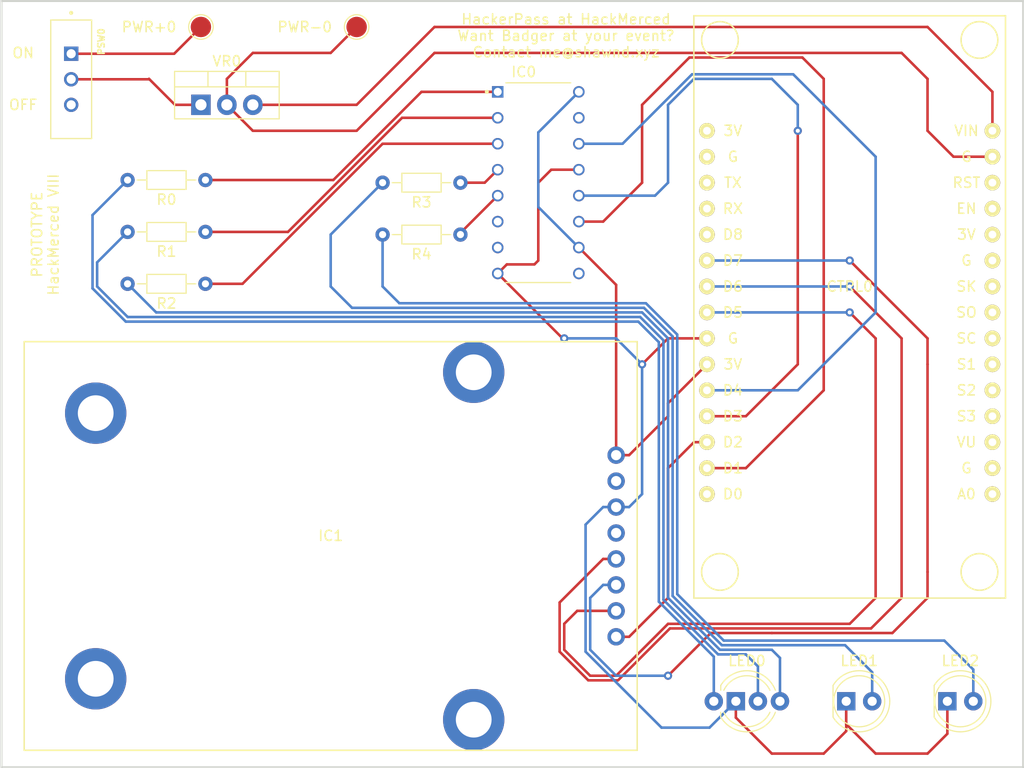
<source format=kicad_pcb>
(kicad_pcb (version 20211014) (generator pcbnew)
  (title_block (title "Badger") (date "2023-02-17") (rev "Original") (company "shawnd.xyz") (comment 1 "See github.com/shawnduong/badger for the code."))
  (layers (0 "F.Cu" signal) (31 "B.Cu" signal) (34 "B.Paste" user) (35 "F.Paste" user) (36 "B.SilkS" user "B.Silkscreen") (37 "F.SilkS" user "F.Silkscreen") (38 "B.Mask" user) (39 "F.Mask" user) (44 "Edge.Cuts" user))
  (net 0 "")
  (net 18 "Net-(CTRL0-Pad14)")
  (net 19 "Net-(CTRL0-Pad15)")
  (net 25 "Net-(CTRL0-Pad21)")
  (net 26 "Net-(CTRL0-Pad22)")
  (net 27 "Net-(CTRL0-Pad23)")
  (net 28 "Net-(CTRL0-Pad24)")
  (net 29 "Net-(CTRL0-Pad25)")
  (net 30 "Net-(CTRL0-Pad26)")
  (net 31 "Net-(CTRL0-Pad27)")
  (net 32 "Net-(CTRL0-Pad28)")
  (net 33 "Net-(CTRL0-Pad29)")
  (net 35 "Net-(IC0-Pad1)")
  (net 36 "Net-(IC0-Pad2)")
  (net 37 "Net-(IC0-Pad3)")
  (net 38 "Net-(IC0-Pad4)")
  (net 39 "Net-(IC0-Pad5)")
  (net 42 "Net-(LED0-Pad1)")
  (net 43 "Net-(LED0-Pad3)")
  (net 44 "Net-(LED0-Pad4)")
  (net 45 "Net-(LED1-Pad2)")
  (net 46 "Net-(LED2-Pad2)")
  (net 48 "Net-(PSW0-Pad2)")
  (net 49 "Net-(PSW0-Pad1)")
  (footprint "TestPoint:TestPoint_Pad_D2.0mm" (layer "F.Cu") (at 154.94 60.96)
    (fp_text reference "PWR-0" (at -5.08 0.002) (layer "F.SilkS"))
    (fp_text value "Conn_01x01_Male")
    (fp_circle (center 0 0) (end 0 1.2) (layer "F.SilkS") (width 0.12) (fill none))
    (pad "1" smd circle (at 0 0) (size 2 2) (layers "F.Cu" "F.Mask") (net 18 "Net-(CTRL0-Pad14)"))
  )
  (footprint "Resistor_THT:R_Axial_DIN0204_L3.6mm_D1.6mm_P7.62mm_Horizontal" (layer "F.Cu") (at 165.1 76.2 180)
    (fp_text reference "R3" (at 3.81 -1.92) (layer "F.SilkS"))
    (fp_text value "430Ω")
    (fp_line (start 1.89 0.92) (end 5.73 0.92) (layer "F.SilkS") (width 0.12))
    (fp_line (start 5.73 0.92) (end 5.73 -0.92) (layer "F.SilkS") (width 0.12))
    (fp_line (start 1.89 -0.92) (end 1.89 0.92) (layer "F.SilkS") (width 0.12))
    (fp_line (start 0.94 0) (end 1.89 0) (layer "F.SilkS") (width 0.12))
    (fp_line (start 5.73 -0.92) (end 1.89 -0.92) (layer "F.SilkS") (width 0.12))
    (fp_line (start 6.68 0) (end 5.73 0) (layer "F.SilkS") (width 0.12))
    (pad "1" thru_hole circle (at 0 0 180) (size 1.4 1.4) (drill 0.7) (layers *.Cu *.Mask) (net 38 "Net-(IC0-Pad4)"))
    (pad "2" thru_hole oval (at 7.62 0 180) (size 1.4 1.4) (drill 0.7) (layers *.Cu *.Mask) (net 45 "Net-(LED1-Pad2)"))
  )
  (footprint "LED_THT:LED_D5.0mm" (layer "F.Cu") (at 212.76 126.96)
    (fp_text reference "LED2" (at 1.27 -3.96) (layer "F.SilkS"))
    (fp_text value "LED")
    (fp_line (start -1.29 -1.545) (end -1.29 1.545) (layer "F.SilkS") (width 0.12))
    (fp_arc (start -1.29 -1.54483) (mid 2.072002 -2.880433) (end 4.26 0.000462) (layer "F.SilkS") (width 0.12))
    (fp_arc (start 4.26 -0.000462) (mid 2.072002 2.880433) (end -1.29 1.54483) (layer "F.SilkS") (width 0.12))
    (fp_circle (center 1.27 0) (end 3.77 0) (layer "F.SilkS") (width 0.12) (fill none))
    (pad "1" thru_hole rect (at 0 0) (size 1.8 1.8) (drill 0.9) (layers *.Cu *.Mask) (net 28 "Net-(CTRL0-Pad24)"))
    (pad "2" thru_hole circle (at 2.54 0) (size 1.8 1.8) (drill 0.9) (layers *.Cu *.Mask) (net 46 "Net-(LED2-Pad2)"))
  )
  (footprint "SN74HC595N:DIP794W45P254L1969H508Q16" (layer "F.Cu") (at 172.72 76.2)
    (fp_text reference "IC0" (at -1.425 -10.835) (layer "F.SilkS"))
    (fp_text value "SN74HC595N")
    (fp_line (start -3.175 9.775) (end 3.175 9.775) (layer "F.SilkS") (width 0.127))
    (fp_line (start -3.175 -9.775) (end 3.175 -9.775) (layer "F.SilkS") (width 0.127))
    (fp_circle (center -5.035 -8.89) (end -4.935 -8.89) (layer "F.SilkS") (width 0.2) (fill none))
    (pad "1" thru_hole rect locked (at -3.97 -8.89) (size 1.13 1.13) (drill 0.78) (layers *.Cu *.Mask) (net 35 "Net-(IC0-Pad1)"))
    (pad "2" thru_hole circle locked (at -3.97 -6.35) (size 1.13 1.13) (drill 0.78) (layers *.Cu *.Mask) (net 36 "Net-(IC0-Pad2)"))
    (pad "3" thru_hole circle locked (at -3.97 -3.81) (size 1.13 1.13) (drill 0.78) (layers *.Cu *.Mask) (net 37 "Net-(IC0-Pad3)"))
    (pad "4" thru_hole circle locked (at -3.97 -1.27) (size 1.13 1.13) (drill 0.78) (layers *.Cu *.Mask) (net 38 "Net-(IC0-Pad4)"))
    (pad "5" thru_hole circle locked (at -3.97 1.27) (size 1.13 1.13) (drill 0.78) (layers *.Cu *.Mask) (net 39 "Net-(IC0-Pad5)"))
    (pad "6" thru_hole circle locked (at -3.97 3.81) (size 1.13 1.13) (drill 0.78) (layers *.Cu *.Mask))
    (pad "7" thru_hole circle locked (at -3.97 6.35) (size 1.13 1.13) (drill 0.78) (layers *.Cu *.Mask))
    (pad "8" thru_hole circle locked (at -3.97 8.89) (size 1.13 1.13) (drill 0.78) (layers *.Cu *.Mask) (net 28 "Net-(CTRL0-Pad24)"))
    (pad "9" thru_hole circle locked (at 3.97 8.89) (size 1.13 1.13) (drill 0.78) (layers *.Cu *.Mask))
    (pad "10" thru_hole circle locked (at 3.97 6.35) (size 1.13 1.13) (drill 0.78) (layers *.Cu *.Mask) (net 29 "Net-(CTRL0-Pad25)"))
    (pad "11" thru_hole circle locked (at 3.97 3.81) (size 1.13 1.13) (drill 0.78) (layers *.Cu *.Mask) (net 33 "Net-(CTRL0-Pad29)"))
    (pad "12" thru_hole circle locked (at 3.97 1.27) (size 1.13 1.13) (drill 0.78) (layers *.Cu *.Mask) (net 31 "Net-(CTRL0-Pad27)"))
    (pad "13" thru_hole circle locked (at 3.97 -1.27) (size 1.13 1.13) (drill 0.78) (layers *.Cu *.Mask) (net 28 "Net-(CTRL0-Pad24)"))
    (pad "14" thru_hole circle locked (at 3.97 -3.81) (size 1.13 1.13) (drill 0.78) (layers *.Cu *.Mask) (net 30 "Net-(CTRL0-Pad26)"))
    (pad "15" thru_hole circle locked (at 3.97 -6.35) (size 1.13 1.13) (drill 0.78) (layers *.Cu *.Mask))
    (pad "16" thru_hole circle locked (at 3.97 -8.89) (size 1.13 1.13) (drill 0.78) (layers *.Cu *.Mask) (net 29 "Net-(CTRL0-Pad25)"))
  )
  (footprint "LED_THT:LED_D5.0mm" (layer "F.Cu") (at 202.86 126.96)
    (fp_text reference "LED1" (at 1.27 -3.96) (layer "F.SilkS"))
    (fp_text value "LED")
    (fp_line (start -1.29 -1.545) (end -1.29 1.545) (layer "F.SilkS") (width 0.12))
    (fp_arc (start 4.26 -0.000462) (mid 2.072002 2.880433) (end -1.29 1.54483) (layer "F.SilkS") (width 0.12))
    (fp_arc (start -1.29 -1.54483) (mid 2.072002 -2.880433) (end 4.26 0.000462) (layer "F.SilkS") (width 0.12))
    (fp_circle (center 1.27 0) (end 3.77 0) (layer "F.SilkS") (width 0.12) (fill none))
    (pad "1" thru_hole rect (at 0 0) (size 1.8 1.8) (drill 0.9) (layers *.Cu *.Mask) (net 28 "Net-(CTRL0-Pad24)"))
    (pad "2" thru_hole circle (at 2.54 0) (size 1.8 1.8) (drill 0.9) (layers *.Cu *.Mask) (net 45 "Net-(LED1-Pad2)"))
  )
  (footprint "LED_THT:LED_D5.0mm-4_RGB_Wide_Pins" (layer "F.Cu") (at 189.9 126.96)
    (fp_text reference "LED0" (at 3.2385 -3.96) (layer "F.SilkS"))
    (fp_text value "LED_RKGB")
    (fp_line (start 0.6785 1.08) (end 0.6785 1.545) (layer "F.SilkS") (width 0.12))
    (fp_line (start 0.6785 -1.545) (end 0.6785 -1.08) (layer "F.SilkS") (width 0.12))
    (fp_arc (start 0.983816 -1.08) (mid 3.238262 -2.5) (end 5.492979 -1.080429) (layer "F.SilkS") (width 0.12))
    (fp_arc (start 6.026315 1.080827) (mid 3.496956 2.978808) (end 0.6785 1.54483) (layer "F.SilkS") (width 0.12))
    (fp_arc (start 0.6785 -1.54483) (mid 3.496956 -2.978809) (end 6.026315 -1.080827) (layer "F.SilkS") (width 0.12))
    (fp_arc (start 5.492979 1.080429) (mid 3.238262 2.5) (end 0.983816 1.08) (layer "F.SilkS") (width 0.12))
    (pad "1" thru_hole circle (at 0 0) (size 1.8 1.8) (drill 0.9) (layers *.Cu *.Mask) (net 42 "Net-(LED0-Pad1)"))
    (pad "2" thru_hole rect (at 2.159 0) (size 1.8 1.8) (drill 0.9) (layers *.Cu *.Mask) (net 28 "Net-(CTRL0-Pad24)"))
    (pad "3" thru_hole circle (at 4.318 0) (size 1.8 1.8) (drill 0.9) (layers *.Cu *.Mask) (net 43 "Net-(LED0-Pad3)"))
    (pad "4" thru_hole circle (at 6.477 0) (size 1.8 1.8) (drill 0.9) (layers *.Cu *.Mask) (net 44 "Net-(LED0-Pad4)"))
  )
  (footprint "MINI-SPDT-SW:SW_MINI-SPDT-SW" (layer "F.Cu") (at 127 66.08 -90)
    (fp_text reference "PSW0" (at -3.683 -2.9464 90) (layer "F.SilkS") (effects (font (size 0.64 0.64))))
    (fp_text value "MINI-SPDT-SW")
    (fp_line (start 5.8 2) (end 5.8 -2) (layer "F.SilkS") (width 0.127))
    (fp_line (start -5.8 2) (end 5.8 2) (layer "F.SilkS") (width 0.127))
    (fp_line (start -5.8 -2) (end -5.8 2) (layer "F.SilkS") (width 0.127))
    (fp_line (start 5.8 -2) (end -5.8 -2) (layer "F.SilkS") (width 0.127))
    (fp_circle (center -6.5 0) (end -6.4 0) (layer "F.SilkS") (width 0.2) (fill none))
    (pad "1" thru_hole rect locked (at -2.5 0 270) (size 1.408 1.408) (drill 0.9) (layers *.Cu *.Mask) (net 49 "Net-(PSW0-Pad1)"))
    (pad "2" thru_hole circle locked (at 0 0 270) (size 1.408 1.408) (drill 0.9) (layers *.Cu *.Mask) (net 48 "Net-(PSW0-Pad2)"))
    (pad "3" thru_hole circle locked (at 2.5 0 270) (size 1.408 1.408) (drill 0.9) (layers *.Cu *.Mask))
  )
  (footprint "Package_TO_SOT_THT:TO-220-3_Vertical" (layer "F.Cu") (at 139.7 68.58)
    (fp_text reference "VR0" (at 2.54 -4.27) (layer "F.SilkS"))
    (fp_text value "L7805")
    (fp_line (start -2.58 1.371) (end 7.66 1.371) (layer "F.SilkS") (width 0.12))
    (fp_line (start 4.391 -3.27) (end 4.391 -1.76) (layer "F.SilkS") (width 0.12))
    (fp_line (start 0.69 -3.27) (end 0.69 -1.76) (layer "F.SilkS") (width 0.12))
    (fp_line (start -2.58 -1.76) (end 7.66 -1.76) (layer "F.SilkS") (width 0.12))
    (fp_line (start -2.58 -3.27) (end 7.66 -3.27) (layer "F.SilkS") (width 0.12))
    (fp_line (start -2.58 -3.27) (end -2.58 1.371) (layer "F.SilkS") (width 0.12))
    (fp_line (start 7.66 -3.27) (end 7.66 1.371) (layer "F.SilkS") (width 0.12))
    (pad "1" thru_hole rect (at 0 0) (size 1.905 2) (drill 1.1) (layers *.Cu *.Mask) (net 48 "Net-(PSW0-Pad2)"))
    (pad "2" thru_hole oval (at 2.54 0) (size 1.905 2) (drill 1.1) (layers *.Cu *.Mask) (net 18 "Net-(CTRL0-Pad14)"))
    (pad "3" thru_hole oval (at 5.08 0) (size 1.905 2) (drill 1.1) (layers *.Cu *.Mask) (net 19 "Net-(CTRL0-Pad15)"))
  )
  (footprint "Resistor_THT:R_Axial_DIN0204_L3.6mm_D1.6mm_P7.62mm_Horizontal" (layer "F.Cu") (at 140.14 81.02 180)
    (fp_text reference "R1" (at 3.81 -1.92) (layer "F.SilkS"))
    (fp_text value "430Ω")
    (fp_line (start 6.68 0) (end 5.73 0) (layer "F.SilkS") (width 0.12))
    (fp_line (start 1.89 0.92) (end 5.73 0.92) (layer "F.SilkS") (width 0.12))
    (fp_line (start 0.94 0) (end 1.89 0) (layer "F.SilkS") (width 0.12))
    (fp_line (start 5.73 0.92) (end 5.73 -0.92) (layer "F.SilkS") (width 0.12))
    (fp_line (start 5.73 -0.92) (end 1.89 -0.92) (layer "F.SilkS") (width 0.12))
    (fp_line (start 1.89 -0.92) (end 1.89 0.92) (layer "F.SilkS") (width 0.12))
    (pad "1" thru_hole circle (at 0 0 180) (size 1.4 1.4) (drill 0.7) (layers *.Cu *.Mask) (net 36 "Net-(IC0-Pad2)"))
    (pad "2" thru_hole oval (at 7.62 0 180) (size 1.4 1.4) (drill 0.7) (layers *.Cu *.Mask) (net 43 "Net-(LED0-Pad3)"))
  )
  (footprint "RFID-RC522:rfid-rc522" (layer "F.Cu") (at 152.4 111.76 180)
    (fp_text reference "IC1" (at 0 1) (layer "F.SilkS"))
    (fp_text value "RC522")
    (fp_line (start 30 -20) (end 30 20) (layer "F.SilkS") (width 0.15))
    (fp_line (start -30 20) (end -30 -20) (layer "F.SilkS") (width 0.15))
    (fp_line (start -30 -20) (end 30 -20) (layer "F.SilkS") (width 0.15))
    (fp_line (start 30 20) (end -30 20) (layer "F.SilkS") (width 0.15))
    (pad "" thru_hole circle locked (at -14 17 180) (size 6 6) (drill 3.5) (layers *.Cu *.Mask))
    (pad "" thru_hole circle locked (at 23 13 180) (size 6 6) (drill 3.5) (layers *.Cu *.Mask))
    (pad "" thru_hole circle locked (at 23 -13 180) (size 6 6) (drill 3.5) (layers *.Cu *.Mask))
    (pad "" thru_hole circle locked (at -14 -17 180) (size 6 6) (drill 3.5) (layers *.Cu *.Mask))
    (pad "1" thru_hole circle locked (at -27.94 -8.89 180) (size 1.7 1.7) (drill 1) (layers *.Cu *.Mask) (net 32 "Net-(CTRL0-Pad28)"))
    (pad "2" thru_hole circle locked (at -27.94 -6.35 180) (size 1.7 1.7) (drill 1) (layers *.Cu *.Mask) (net 27 "Net-(CTRL0-Pad23)"))
    (pad "3" thru_hole circle locked (at -27.94 -3.81 180) (size 1.7 1.7) (drill 1) (layers *.Cu *.Mask) (net 25 "Net-(CTRL0-Pad21)"))
    (pad "4" thru_hole circle locked (at -27.94 -1.27 180) (size 1.7 1.7) (drill 1) (layers *.Cu *.Mask) (net 26 "Net-(CTRL0-Pad22)"))
    (pad "5" thru_hole circle locked (at -27.94 1.27 180) (size 1.7 1.7) (drill 1) (layers *.Cu *.Mask))
    (pad "6" thru_hole circle locked (at -27.94 3.81 180) (size 1.7 1.7) (drill 1) (layers *.Cu *.Mask) (net 28 "Net-(CTRL0-Pad24)"))
    (pad "7" thru_hole circle locked (at -27.94 6.35 180) (size 1.7 1.7) (drill 1) (layers *.Cu *.Mask))
    (pad "8" thru_hole circle locked (at -27.94 8.89 180) (size 1.7 1.7) (drill 1) (layers *.Cu *.Mask) (net 29 "Net-(CTRL0-Pad25)"))
  )
  (footprint "Resistor_THT:R_Axial_DIN0204_L3.6mm_D1.6mm_P7.62mm_Horizontal" (layer "F.Cu") (at 165.1 81.28 180)
    (fp_text reference "R4" (at 3.81 -1.92) (layer "F.SilkS"))
    (fp_text value "430Ω")
    (fp_line (start 5.73 -0.92) (end 1.89 -0.92) (layer "F.SilkS") (width 0.12))
    (fp_line (start 5.73 0.92) (end 5.73 -0.92) (layer "F.SilkS") (width 0.12))
    (fp_line (start 1.89 -0.92) (end 1.89 0.92) (layer "F.SilkS") (width 0.12))
    (fp_line (start 6.68 0) (end 5.73 0) (layer "F.SilkS") (width 0.12))
    (fp_line (start 0.94 0) (end 1.89 0) (layer "F.SilkS") (width 0.12))
    (fp_line (start 1.89 0.92) (end 5.73 0.92) (layer "F.SilkS") (width 0.12))
    (pad "1" thru_hole circle (at 0 0 180) (size 1.4 1.4) (drill 0.7) (layers *.Cu *.Mask) (net 39 "Net-(IC0-Pad5)"))
    (pad "2" thru_hole oval (at 7.62 0 180) (size 1.4 1.4) (drill 0.7) (layers *.Cu *.Mask) (net 46 "Net-(LED2-Pad2)"))
  )
  (footprint "ESP8266:NodeMCU-LoLinV3" (layer "F.Cu") (at 203.2 86.36 180)
    (fp_text reference "CTRL0" (at 0 0) (layer "F.SilkS"))
    (fp_text value "NodeMCU1.0(ESP-12E)")
    (fp_text user "TX" (at 11.43 10.16) (layer "F.SilkS"))
    (fp_text user "D1" (at 11.43 -17.78) (layer "F.SilkS"))
    (fp_text user "D6" (at 11.43 0) (layer "F.SilkS"))
    (fp_text user "EN" (at -11.43 7.62) (layer "F.SilkS"))
    (fp_text user "RX" (at 11.43 7.62) (layer "F.SilkS"))
    (fp_text user "D5" (at 11.43 -2.54) (layer "F.SilkS"))
    (fp_text user "D7" (at 11.43 2.54) (layer "F.SilkS"))
    (fp_text user "D3" (at 11.43 -12.7) (layer "F.SilkS"))
    (fp_text user "S3" (at -11.43 -12.7) (layer "F.SilkS"))
    (fp_text user "S1" (at -11.43 -7.62) (layer "F.SilkS"))
    (fp_text user "SK" (at -11.43 0) (layer "F.SilkS"))
    (fp_text user "A0" (at -11.43 -20.32) (layer "F.SilkS"))
    (fp_text user "RST" (at -11.43 10.16) (layer "F.SilkS"))
    (fp_text user "S2" (at -11.43 -10.16) (layer "F.SilkS"))
    (fp_text user "G" (at -11.43 2.54) (layer "F.SilkS"))
    (fp_text user "G" (at -11.43 12.7) (layer "F.SilkS"))
    (fp_text user "G" (at 11.43 12.7) (layer "F.SilkS"))
    (fp_text user "D0" (at 11.43 -20.32) (layer "F.SilkS"))
    (fp_text user "3V" (at -11.43 5.08) (layer "F.SilkS"))
    (fp_text user "G" (at -11.43 -17.78) (layer "F.SilkS"))
    (fp_text user "VIN" (at -11.43 15.24) (layer "F.SilkS"))
    (fp_text user "D8" (at 11.43 5.08) (layer "F.SilkS"))
    (fp_text user "D2" (at 11.43 -15.24) (layer "F.SilkS"))
    (fp_text user "VU" (at -11.43 -15.24) (layer "F.SilkS"))
    (fp_text user "3V" (at 11.43 -7.62) (layer "F.SilkS"))
    (fp_text user "G" (at 11.43 -5.08) (layer "F.SilkS"))
    (fp_text user "SC" (at -11.43 -5.08) (layer "F.SilkS"))
    (fp_text user "3V" (at 11.43 15.24) (layer "F.SilkS"))
    (fp_text user "D4" (at 11.43 -10.16) (layer "F.SilkS"))
    (fp_text user "SO" (at -11.43 -2.54) (layer "F.SilkS"))
    (fp_line (start -14.75 -30.5) (end -15.25 -30.5) (layer "F.SilkS") (width 0.15))
    (fp_line (start -15.25 -30.5) (end -15.25 26.5) (layer "F.SilkS") (width 0.15))
    (fp_line (start -15.25 26.5) (end 15.25 26.5) (layer "F.SilkS") (width 0.15))
    (fp_line (start 15.25 26.5) (end 15.25 -30.5) (layer "F.SilkS") (width 0.15))
    (fp_line (start 15.25 -30.5) (end -14.75 -30.5) (layer "F.SilkS") (width 0.15))
    (fp_circle (center -12.7 -27.94) (end -11.43 -29.21) (layer "F.SilkS") (width 0.15) (fill none))
    (fp_circle (center 12.7 -27.94) (end 13.97 -29.21) (layer "F.SilkS") (width 0.15) (fill none))
    (fp_circle (center 12.7 24.13) (end 13.97 22.86) (layer "F.SilkS") (width 0.15) (fill none))
    (fp_circle (center -12.7 24.13) (end -11.43 22.86) (layer "F.SilkS") (width 0.15) (fill none))
    (pad "1" thru_hole circle locked (at -13.97 -20.32 180) (size 1.524 1.524) (drill 0.762) (layers *.Cu *.Mask "F.SilkS"))
    (pad "2" thru_hole circle locked (at -13.97 -17.78 180) (size 1.524 1.524) (drill 0.762) (layers *.Cu *.Mask "F.SilkS"))
    (pad "3" thru_hole circle locked (at -13.97 -15.24 180) (size 1.524 1.524) (drill 0.762) (layers *.Cu *.Mask "F.SilkS"))
    (pad "4" thru_hole circle locked (at -13.97 -12.7 180) (size 1.524 1.524) (drill 0.762) (layers *.Cu *.Mask "F.SilkS"))
    (pad "5" thru_hole circle locked (at -13.97 -10.16 180) (size 1.524 1.524) (drill 0.762) (layers *.Cu *.Mask "F.SilkS"))
    (pad "6" thru_hole circle locked (at -13.97 -7.62 180) (size 1.524 1.524) (drill 0.762) (layers *.Cu *.Mask "F.SilkS"))
    (pad "7" thru_hole circle locked (at -13.97 -5.08 180) (size 1.524 1.524) (drill 0.762) (layers *.Cu *.Mask "F.SilkS"))
    (pad "8" thru_hole circle locked (at -13.97 -2.54 180) (size 1.524 1.524) (drill 0.762) (layers *.Cu *.Mask "F.SilkS"))
    (pad "9" thru_hole circle locked (at -13.97 0 180) (size 1.524 1.524) (drill 0.762) (layers *.Cu *.Mask "F.SilkS"))
    (pad "10" thru_hole circle locked (at -13.97 2.54 180) (size 1.524 1.524) (drill 0.762) (layers *.Cu *.Mask "F.SilkS"))
    (pad "11" thru_hole circle locked (at -13.97 5.08 180) (size 1.524 1.524) (drill 0.762) (layers *.Cu *.Mask "F.SilkS"))
    (pad "12" thru_hole circle locked (at -13.97 7.62 180) (size 1.524 1.524) (drill 0.762) (layers *.Cu *.Mask "F.SilkS"))
    (pad "13" thru_hole circle locked (at -13.97 10.16 180) (size 1.524 1.524) (drill 0.762) (layers *.Cu *.Mask "F.SilkS"))
    (pad "14" thru_hole circle locked (at -13.97 12.7 180) (size 1.524 1.524) (drill 0.762) (layers *.Cu *.Mask "F.SilkS") (net 18 "Net-(CTRL0-Pad14)"))
    (pad "15" thru_hole circle locked (at -13.97 15.24 180) (size 1.524 1.524) (drill 0.762) (layers *.Cu *.Mask "F.SilkS") (net 19 "Net-(CTRL0-Pad15)"))
    (pad "16" thru_hole circle locked (at 13.97 15.24 180) (size 1.524 1.524) (drill 0.762) (layers *.Cu *.Mask "F.SilkS"))
    (pad "17" thru_hole circle locked (at 13.97 12.7 180) (size 1.524 1.524) (drill 0.762) (layers *.Cu *.Mask "F.SilkS"))
    (pad "18" thru_hole circle locked (at 13.97 10.16 180) (size 1.524 1.524) (drill 0.762) (layers *.Cu *.Mask "F.SilkS"))
    (pad "19" thru_hole circle locked (at 13.97 7.62 180) (size 1.524 1.524) (drill 0.762) (layers *.Cu *.Mask "F.SilkS"))
    (pad "20" thru_hole circle locked (at 13.97 5.08 180) (size 1.524 1.524) (drill 0.762) (layers *.Cu *.Mask "F.SilkS"))
    (pad "21" thru_hole circle locked (at 13.97 2.54 180) (size 1.524 1.524) (drill 0.762) (layers *.Cu *.Mask "F.SilkS") (net 25 "Net-(CTRL0-Pad21)"))
    (pad "22" thru_hole circle locked (at 13.97 0 180) (size 1.524 1.524) (drill 0.762) (layers *.Cu *.Mask "F.SilkS") (net 26 "Net-(CTRL0-Pad22)"))
    (pad "23" thru_hole circle locked (at 13.97 -2.54 180) (size 1.524 1.524) (drill 0.762) (layers *.Cu *.Mask "F.SilkS") (net 27 "Net-(CTRL0-Pad23)"))
    (pad "24" thru_hole circle locked (at 13.97 -5.08 180) (size 1.524 1.524) (drill 0.762) (layers *.Cu *.Mask "F.SilkS") (net 28 "Net-(CTRL0-Pad24)"))
    (pad "25" thru_hole circle locked (at 13.97 -7.62 180) (size 1.524 1.524) (drill 0.762) (layers *.Cu *.Mask "F.SilkS") (net 29 "Net-(CTRL0-Pad25)"))
    (pad "26" thru_hole circle locked (at 13.97 -10.16 180) (size 1.524 1.524) (drill 0.762) (layers *.Cu *.Mask "F.SilkS") (net 30 "Net-(CTRL0-Pad26)"))
    (pad "27" thru_hole circle locked (at 13.97 -12.7 180) (size 1.524 1.524) (drill 0.762) (layers *.Cu *.Mask "F.SilkS") (net 31 "Net-(CTRL0-Pad27)"))
    (pad "28" thru_hole circle locked (at 13.97 -15.24 180) (size 1.524 1.524) (drill 0.762) (layers *.Cu *.Mask "F.SilkS") (net 32 "Net-(CTRL0-Pad28)"))
    (pad "29" thru_hole circle locked (at 13.97 -17.78 180) (size 1.524 1.524) (drill 0.762) (layers *.Cu *.Mask "F.SilkS") (net 33 "Net-(CTRL0-Pad29)"))
    (pad "30" thru_hole circle locked (at 13.97 -20.32 180) (size 1.524 1.524) (drill 0.762) (layers *.Cu *.Mask "F.SilkS"))
  )
  (footprint "Resistor_THT:R_Axial_DIN0204_L3.6mm_D1.6mm_P7.62mm_Horizontal" (layer "F.Cu") (at 140.14 86.1 180)
    (fp_text reference "R2" (at 3.81 -1.92) (layer "F.SilkS"))
    (fp_text value "430Ω")
    (fp_line (start 5.73 -0.92) (end 1.89 -0.92) (layer "F.SilkS") (width 0.12))
    (fp_line (start 6.68 0) (end 5.73 0) (layer "F.SilkS") (width 0.12))
    (fp_line (start 1.89 -0.92) (end 1.89 0.92) (layer "F.SilkS") (width 0.12))
    (fp_line (start 0.94 0) (end 1.89 0) (layer "F.SilkS") (width 0.12))
    (fp_line (start 5.73 0.92) (end 5.73 -0.92) (layer "F.SilkS") (width 0.12))
    (fp_line (start 1.89 0.92) (end 5.73 0.92) (layer "F.SilkS") (width 0.12))
    (pad "1" thru_hole circle (at 0 0 180) (size 1.4 1.4) (drill 0.7) (layers *.Cu *.Mask) (net 37 "Net-(IC0-Pad3)"))
    (pad "2" thru_hole oval (at 7.62 0 180) (size 1.4 1.4) (drill 0.7) (layers *.Cu *.Mask) (net 44 "Net-(LED0-Pad4)"))
  )
  (footprint "Resistor_THT:R_Axial_DIN0204_L3.6mm_D1.6mm_P7.62mm_Horizontal" (layer "F.Cu") (at 140.14 75.94 180)
    (fp_text reference "R0" (at 3.81 -1.92) (layer "F.SilkS"))
    (fp_text value "430Ω")
    (fp_line (start 1.89 0.92) (end 5.73 0.92) (layer "F.SilkS") (width 0.12))
    (fp_line (start 0.94 0) (end 1.89 0) (layer "F.SilkS") (width 0.12))
    (fp_line (start 6.68 0) (end 5.73 0) (layer "F.SilkS") (width 0.12))
    (fp_line (start 5.73 0.92) (end 5.73 -0.92) (layer "F.SilkS") (width 0.12))
    (fp_line (start 5.73 -0.92) (end 1.89 -0.92) (layer "F.SilkS") (width 0.12))
    (fp_line (start 1.89 -0.92) (end 1.89 0.92) (layer "F.SilkS") (width 0.12))
    (pad "1" thru_hole circle (at 0 0 180) (size 1.4 1.4) (drill 0.7) (layers *.Cu *.Mask) (net 35 "Net-(IC0-Pad1)"))
    (pad "2" thru_hole oval (at 7.62 0 180) (size 1.4 1.4) (drill 0.7) (layers *.Cu *.Mask) (net 42 "Net-(LED0-Pad1)"))
  )
  (footprint "TestPoint:TestPoint_Pad_D2.0mm" (layer "F.Cu") (at 139.7 60.96)
    (fp_text reference "PWR+0" (at -5.08 0.002) (layer "F.SilkS"))
    (fp_text value "Conn_01x01_Male")
    (fp_circle (center 0 0) (end 0 1.2) (layer "F.SilkS") (width 0.12) (fill none))
    (pad "1" smd circle (at 0 0) (size 2 2) (layers "F.Cu" "F.Mask") (net 49 "Net-(PSW0-Pad1)"))
  )
  (gr_rect (start 120.18 58.42) (end 220.18 133.42) (layer "Edge.Cuts") (width 0.2) (fill none))
  (gr_text " OFF" (at 121.92 68.58) (layer "F.SilkS") (effects (font (size 1 1))))
  (gr_text "PROTOTYPE\nHackMerced VIII" (at 124.46 81.28 90) (layer "F.SilkS") (effects (font (size 1 1))))
  (gr_text "HackerPass at HackMerced\nWant Badger at your event?\nContact me@shawnd.xyz" (at 175.437684 61.817105) (layer "F.SilkS") (effects (font (size 1 1))))
  (gr_text " ON" (at 121.92 63.5) (layer "F.SilkS") (effects (font (size 1 1))))
  (segment (start 152.4 63.5) (end 154.94 60.96) (width 0.25) (layer "F.Cu") (net 18))
  (segment (start 208.28 63.5) (end 210.82 66.04) (width 0.25) (layer "F.Cu") (net 18))
  (segment (start 154.94 71.12) (end 162.56 63.5) (width 0.25) (layer "F.Cu") (net 18))
  (segment (start 142.24 66.04) (end 144.78 63.5) (width 0.25) (layer "F.Cu") (net 18))
  (segment (start 142.24 68.58) (end 142.24 66.04) (width 0.25) (layer "F.Cu") (net 18))
  (segment (start 144.78 71.12) (end 154.94 71.12) (width 0.25) (layer "F.Cu") (net 18))
  (segment (start 144.78 63.5) (end 152.4 63.5) (width 0.25) (layer "F.Cu") (net 18))
  (segment (start 210.82 66.04) (end 210.82 71.12) (width 0.25) (layer "F.Cu") (net 18))
  (segment (start 210.82 71.12) (end 213.36 73.66) (width 0.25) (layer "F.Cu") (net 18))
  (segment (start 213.36 73.66) (end 217.17 73.66) (width 0.25) (layer "F.Cu") (net 18))
  (segment (start 162.56 63.5) (end 208.28 63.5) (width 0.25) (layer "F.Cu") (net 18))
  (segment (start 142.24 68.58) (end 144.78 71.12) (width 0.25) (layer "F.Cu") (net 18))
  (segment (start 217.17 67.31) (end 217.17 71.12) (width 0.25) (layer "F.Cu") (net 19))
  (segment (start 144.78 68.58) (end 154.94 68.58) (width 0.25) (layer "F.Cu") (net 19))
  (segment (start 154.94 68.58) (end 162.56 60.96) (width 0.25) (layer "F.Cu") (net 19))
  (segment (start 210.82 60.96) (end 217.17 67.31) (width 0.25) (layer "F.Cu") (net 19))
  (segment (start 162.56 60.96) (end 210.82 60.96) (width 0.25) (layer "F.Cu") (net 19))
  (segment (start 210.82 114.3) (end 210.82 116.84) (width 0.25) (layer "F.Cu") (net 25))
  (segment (start 210.82 93.98) (end 210.82 114.3) (width 0.25) (layer "F.Cu") (net 25))
  (segment (start 207.38 120.28) (end 195.58 120.28) (width 0.25) (layer "F.Cu") (net 25))
  (segment (start 210.82 116.84) (end 208.28 119.38) (width 0.25) (layer "F.Cu") (net 25))
  (segment (start 208.28 119.38) (end 207.38 120.28) (width 0.25) (layer "F.Cu") (net 25))
  (segment (start 195.58 120.28) (end 189.6 120.28) (width 0.25) (layer "F.Cu") (net 25))
  (segment (start 203.2 83.82) (end 210.82 91.44) (width 0.25) (layer "F.Cu") (net 25))
  (segment (start 210.82 91.44) (end 210.82 93.98) (width 0.25) (layer "F.Cu") (net 25))
  (segment (start 187.96 121.92) (end 185.42 124.46) (width 0.25) (layer "F.Cu") (net 25))
  (segment (start 189.6 120.28) (end 187.96 121.92) (width 0.25) (layer "F.Cu") (net 25))
  (via (at 203.2 83.82) (size 0.8) (drill 0.4) (layers "F.Cu" "B.Cu") (net 25))
  (via (at 185.42 124.46) (size 0.8) (drill 0.4) (layers "F.Cu" "B.Cu") (net 25))
  (segment (start 177.8 116.84) (end 179.07 115.57) (width 0.25) (layer "B.Cu") (net 25))
  (segment (start 180.34 124.46) (end 177.8 121.92) (width 0.25) (layer "B.Cu") (net 25))
  (segment (start 177.8 121.92) (end 177.8 116.84) (width 0.25) (layer "B.Cu") (net 25))
  (segment (start 185.42 124.46) (end 180.34 124.46) (width 0.25) (layer "B.Cu") (net 25))
  (segment (start 179.07 115.57) (end 180.34 115.57) (width 0.25) (layer "B.Cu") (net 25))
  (segment (start 189.23 83.82) (end 203.2 83.82) (width 0.25) (layer "B.Cu") (net 25))
  (segment (start 208.28 91.44) (end 208.28 116.84) (width 0.25) (layer "F.Cu") (net 26))
  (segment (start 203.2 86.36) (end 208.28 91.44) (width 0.25) (layer "F.Cu") (net 26))
  (segment (start 174.81 117.29) (end 179.07 113.03) (width 0.25) (layer "F.Cu") (net 26))
  (segment (start 185.606396 119.83) (end 180.526396 124.91) (width 0.25) (layer "F.Cu") (net 26))
  (segment (start 180.526396 124.91) (end 177.613604 124.91) (width 0.25) (layer "F.Cu") (net 26))
  (segment (start 205.29 119.83) (end 185.606396 119.83) (width 0.25) (layer "F.Cu") (net 26))
  (segment (start 174.81 122.106396) (end 174.81 117.29) (width 0.25) (layer "F.Cu") (net 26))
  (segment (start 177.613604 124.91) (end 174.81 122.106396) (width 0.25) (layer "F.Cu") (net 26))
  (segment (start 208.28 116.84) (end 205.29 119.83) (width 0.25) (layer "F.Cu") (net 26))
  (segment (start 179.07 113.03) (end 180.34 113.03) (width 0.25) (layer "F.Cu") (net 26))
  (via (at 203.2 86.36) (size 0.8) (drill 0.4) (layers "F.Cu" "B.Cu") (net 26))
  (segment (start 189.23 86.36) (end 203.2 86.36) (width 0.25) (layer "B.Cu") (net 26))
  (segment (start 175.26 119.38) (end 176.53 118.11) (width 0.25) (layer "F.Cu") (net 27))
  (segment (start 175.26 121.92) (end 175.26 119.38) (width 0.25) (layer "F.Cu") (net 27))
  (segment (start 205.74 91.44) (end 205.74 116.84) (width 0.25) (layer "F.Cu") (net 27))
  (segment (start 203.2 88.9) (end 205.74 91.44) (width 0.25) (layer "F.Cu") (net 27))
  (segment (start 205.74 116.84) (end 203.2 119.38) (width 0.25) (layer "F.Cu") (net 27))
  (segment (start 176.53 118.11) (end 180.34 118.11) (width 0.25) (layer "F.Cu") (net 27))
  (segment (start 203.2 119.38) (end 185.42 119.38) (width 0.25) (layer "F.Cu") (net 27))
  (segment (start 177.8 124.46) (end 175.26 121.92) (width 0.25) (layer "F.Cu") (net 27))
  (segment (start 185.42 119.38) (end 180.34 124.46) (width 0.25) (layer "F.Cu") (net 27))
  (segment (start 180.34 124.46) (end 177.8 124.46) (width 0.25) (layer "F.Cu") (net 27))
  (via (at 203.2 88.9) (size 0.8) (drill 0.4) (layers "F.Cu" "B.Cu") (net 27))
  (segment (start 189.23 88.9) (end 203.2 88.9) (width 0.25) (layer "B.Cu") (net 27))
  (segment (start 189.23 91.44) (end 185.42 91.44) (width 0.25) (layer "F.Cu") (net 28))
  (segment (start 205.74 132.08) (end 202.86 129.2) (width 0.25) (layer "F.Cu") (net 28))
  (segment (start 202.86 126.96) (end 202.86 129.88) (width 0.25) (layer "F.Cu") (net 28))
  (segment (start 202.86 129.88) (end 200.66 132.08) (width 0.25) (layer "F.Cu") (net 28))
  (segment (start 168.75 85.09) (end 169.64 84.2) (width 0.25) (layer "F.Cu") (net 28))
  (segment (start 175.1 91.44) (end 168.75 85.09) (width 0.25) (layer "F.Cu") (net 28))
  (segment (start 202.86 129.2) (end 202.86 126.96) (width 0.25) (layer "F.Cu") (net 28))
  (segment (start 195.58 132.08) (end 192.059 128.559) (width 0.25) (layer "F.Cu") (net 28))
  (segment (start 169.64 84.2) (end 172.34 84.2) (width 0.25) (layer "F.Cu") (net 28))
  (segment (start 210.82 132.08) (end 205.74 132.08) (width 0.25) (layer "F.Cu") (net 28))
  (segment (start 212.76 130.14) (end 210.82 132.08) (width 0.25) (layer "F.Cu") (net 28))
  (segment (start 212.76 126.96) (end 212.76 130.14) (width 0.25) (layer "F.Cu") (net 28))
  (segment (start 200.66 132.08) (end 195.58 132.08) (width 0.25) (layer "F.Cu") (net 28))
  (segment (start 172.72 83.82) (end 172.72 76.2) (width 0.25) (layer "F.Cu") (net 28))
  (segment (start 192.059 128.559) (end 192.059 126.96) (width 0.25) (layer "F.Cu") (net 28))
  (segment (start 173.99 74.93) (end 176.69 74.93) (width 0.25) (layer "F.Cu") (net 28))
  (segment (start 172.34 84.2) (end 172.72 83.82) (width 0.25) (layer "F.Cu") (net 28))
  (segment (start 175.26 91.44) (end 175.1 91.44) (width 0.25) (layer "F.Cu") (net 28))
  (segment (start 172.72 76.2) (end 173.99 74.93) (width 0.25) (layer "F.Cu") (net 28))
  (segment (start 185.42 91.44) (end 182.88 93.98) (width 0.25) (layer "F.Cu") (net 28))
  (via (at 175.26 91.44) (size 0.8) (drill 0.4) (layers "F.Cu" "B.Cu") (net 28))
  (via (at 182.88 93.98) (size 0.8) (drill 0.4) (layers "F.Cu" "B.Cu") (net 28))
  (segment (start 189.479 129.54) (end 184.783604 129.54) (width 0.25) (layer "B.Cu") (net 28))
  (segment (start 184.783604 129.54) (end 177.35 122.106396) (width 0.25) (layer "B.Cu") (net 28))
  (segment (start 177.35 122.106396) (end 177.35 109.67) (width 0.25) (layer "B.Cu") (net 28))
  (segment (start 182.88 93.98) (end 182.88 106.68) (width 0.25) (layer "B.Cu") (net 28))
  (segment (start 179.07 107.95) (end 180.34 107.95) (width 0.25) (layer "B.Cu") (net 28))
  (segment (start 182.88 93.98) (end 180.34 91.44) (width 0.25) (layer "B.Cu") (net 28))
  (segment (start 192.059 126.96) (end 189.479 129.54) (width 0.25) (layer "B.Cu") (net 28))
  (segment (start 181.61 107.95) (end 180.34 107.95) (width 0.25) (layer "B.Cu") (net 28))
  (segment (start 182.88 106.68) (end 181.61 107.95) (width 0.25) (layer "B.Cu") (net 28))
  (segment (start 177.35 109.67) (end 179.07 107.95) (width 0.25) (layer "B.Cu") (net 28))
  (segment (start 180.34 91.44) (end 175.26 91.44) (width 0.25) (layer "B.Cu") (net 28))
  (segment (start 185.42 97.79) (end 185.42 99.06) (width 0.25) (layer "F.Cu") (net 29))
  (segment (start 189.23 93.98) (end 185.42 97.79) (width 0.25) (layer "F.Cu") (net 29))
  (segment (start 180.34 86.2) (end 176.69 82.55) (width 0.25) (layer "F.Cu") (net 29))
  (segment (start 181.61 102.87) (end 180.34 102.87) (width 0.25) (layer "F.Cu") (net 29))
  (segment (start 185.42 99.06) (end 181.61 102.87) (width 0.25) (layer "F.Cu") (net 29))
  (segment (start 180.34 102.87) (end 180.34 86.2) (width 0.25) (layer "F.Cu") (net 29))
  (segment (start 172.72 78.58) (end 176.69 82.55) (width 0.25) (layer "B.Cu") (net 29))
  (segment (start 176.69 67.31) (end 172.72 71.28) (width 0.25) (layer "B.Cu") (net 29))
  (segment (start 172.72 71.28) (end 172.72 78.58) (width 0.25) (layer "B.Cu") (net 29))
  (segment (start 197.67 65.59) (end 187.773604 65.59) (width 0.25) (layer "B.Cu") (net 30))
  (segment (start 198.12 96.52) (end 205.74 88.9) (width 0.25) (layer "B.Cu") (net 30))
  (segment (start 187.773604 65.59) (end 180.973604 72.39) (width 0.25) (layer "B.Cu") (net 30))
  (segment (start 205.74 88.9) (end 205.74 73.66) (width 0.25) (layer "B.Cu") (net 30))
  (segment (start 180.973604 72.39) (end 176.69 72.39) (width 0.25) (layer "B.Cu") (net 30))
  (segment (start 189.23 96.52) (end 198.12 96.52) (width 0.25) (layer "B.Cu") (net 30))
  (segment (start 205.74 73.66) (end 197.67 65.59) (width 0.25) (layer "B.Cu") (net 30))
  (segment (start 198.12 93.98) (end 198.12 71.12) (width 0.25) (layer "F.Cu") (net 31))
  (segment (start 189.23 99.06) (end 193.04 99.06) (width 0.25) (layer "F.Cu") (net 31))
  (segment (start 193.04 99.06) (end 198.12 93.98) (width 0.25) (layer "F.Cu") (net 31))
  (via (at 198.12 71.12) (size 0.8) (drill 0.4) (layers "F.Cu" "B.Cu") (net 31))
  (segment (start 195.58 66.04) (end 187.96 66.04) (width 0.25) (layer "B.Cu") (net 31))
  (segment (start 185.42 76.2) (end 184.15 77.47) (width 0.25) (layer "B.Cu") (net 31))
  (segment (start 185.42 68.58) (end 185.42 76.2) (width 0.25) (layer "B.Cu") (net 31))
  (segment (start 187.96 66.04) (end 185.42 68.58) (width 0.25) (layer "B.Cu") (net 31))
  (segment (start 198.12 71.12) (end 198.12 68.58) (width 0.25) (layer "B.Cu") (net 31))
  (segment (start 198.12 68.58) (end 195.58 66.04) (width 0.25) (layer "B.Cu") (net 31))
  (segment (start 184.15 77.47) (end 176.69 77.47) (width 0.25) (layer "B.Cu") (net 31))
  (segment (start 185.42 104.14) (end 185.42 116.84) (width 0.25) (layer "F.Cu") (net 32))
  (segment (start 181.61 120.65) (end 180.34 120.65) (width 0.25) (layer "F.Cu") (net 32))
  (segment (start 185.42 116.84) (end 181.61 120.65) (width 0.25) (layer "F.Cu") (net 32))
  (segment (start 189.23 101.6) (end 187.96 101.6) (width 0.25) (layer "F.Cu") (net 32))
  (segment (start 187.96 101.6) (end 185.42 104.14) (width 0.25) (layer "F.Cu") (net 32))
  (segment (start 200.66 96.52) (end 200.66 66.04) (width 0.25) (layer "F.Cu") (net 33))
  (segment (start 182.88 76.2) (end 179.07 80.01) (width 0.25) (layer "F.Cu") (net 33))
  (segment (start 189.23 104.14) (end 193.04 104.14) (width 0.25) (layer "F.Cu") (net 33))
  (segment (start 193.04 104.14) (end 200.66 96.52) (width 0.25) (layer "F.Cu") (net 33))
  (segment (start 198.57 63.95) (end 187.51 63.95) (width 0.25) (layer "F.Cu") (net 33))
  (segment (start 200.66 66.04) (end 198.57 63.95) (width 0.25) (layer "F.Cu") (net 33))
  (segment (start 187.51 63.95) (end 182.88 68.58) (width 0.25) (layer "F.Cu") (net 33))
  (segment (start 179.07 80.01) (end 176.69 80.01) (width 0.25) (layer "F.Cu") (net 33))
  (segment (start 182.88 68.58) (end 182.88 76.2) (width 0.25) (layer "F.Cu") (net 33))
  (segment (start 168.75 67.31) (end 161.29 67.31) (width 0.25) (layer "F.Cu") (net 35))
  (segment (start 152.66 75.94) (end 140.14 75.94) (width 0.25) (layer "F.Cu") (net 35))
  (segment (start 161.29 67.31) (end 152.66 75.94) (width 0.25) (layer "F.Cu") (net 35))
  (segment (start 159.386396 69.85) (end 148.216396 81.02) (width 0.25) (layer "F.Cu") (net 36))
  (segment (start 168.75 69.85) (end 159.386396 69.85) (width 0.25) (layer "F.Cu") (net 36))
  (segment (start 148.216396 81.02) (end 140.14 81.02) (width 0.25) (layer "F.Cu") (net 36))
  (segment (start 168.75 72.39) (end 157.482792 72.39) (width 0.25) (layer "F.Cu") (net 37))
  (segment (start 143.772792 86.1) (end 140.14 86.1) (width 0.25) (layer "F.Cu") (net 37))
  (segment (start 157.482792 72.39) (end 143.772792 86.1) (width 0.25) (layer "F.Cu") (net 37))
  (segment (start 168.75 74.93) (end 167.48 76.2) (width 0.25) (layer "F.Cu") (net 38))
  (segment (start 167.48 76.2) (end 165.1 76.2) (width 0.25) (layer "F.Cu") (net 38))
  (segment (start 165.1 81.12) (end 165.1 81.28) (width 0.25) (layer "F.Cu") (net 39))
  (segment (start 168.75 77.47) (end 165.1 81.12) (width 0.25) (layer "F.Cu") (net 39))
  (segment (start 184.52 117.212792) (end 189.9 122.592792) (width 0.25) (layer "B.Cu") (net 42))
  (segment (start 132.343604 89.8) (end 182.507208 89.8) (width 0.25) (layer "B.Cu") (net 42))
  (segment (start 129.09 86.546396) (end 132.343604 89.8) (width 0.25) (layer "B.Cu") (net 42))
  (segment (start 129.09 79.37) (end 129.09 86.546396) (width 0.25) (layer "B.Cu") (net 42))
  (segment (start 132.52 75.94) (end 129.09 79.37) (width 0.25) (layer "B.Cu") (net 42))
  (segment (start 189.9 122.592792) (end 189.9 126.96) (width 0.25) (layer "B.Cu") (net 42))
  (segment (start 182.507208 89.8) (end 184.52 91.812792) (width 0.25) (layer "B.Cu") (net 42))
  (segment (start 184.52 91.812792) (end 184.52 117.212792) (width 0.25) (layer "B.Cu") (net 42))
  (segment (start 129.54 84) (end 129.54 86.36) (width 0.25) (layer "B.Cu") (net 43))
  (segment (start 184.97 117.026396) (end 190.313604 122.37) (width 0.25) (layer "B.Cu") (net 43))
  (segment (start 182.693604 89.35) (end 184.97 91.626396) (width 0.25) (layer "B.Cu") (net 43))
  (segment (start 129.54 86.36) (end 132.53 89.35) (width 0.25) (layer "B.Cu") (net 43))
  (segment (start 193.04 122.37) (end 194.218 123.548) (width 0.25) (layer "B.Cu") (net 43))
  (segment (start 132.52 81.02) (end 129.54 84) (width 0.25) (layer "B.Cu") (net 43))
  (segment (start 190.313604 122.37) (end 193.04 122.37) (width 0.25) (layer "B.Cu") (net 43))
  (segment (start 184.97 91.626396) (end 184.97 117.026396) (width 0.25) (layer "B.Cu") (net 43))
  (segment (start 194.218 123.548) (end 194.218 126.96) (width 0.25) (layer "B.Cu") (net 43))
  (segment (start 132.53 89.35) (end 182.693604 89.35) (width 0.25) (layer "B.Cu") (net 43))
  (segment (start 195.58 121.92) (end 196.377 122.717) (width 0.25) (layer "B.Cu") (net 44))
  (segment (start 196.377 122.717) (end 196.377 126.96) (width 0.25) (layer "B.Cu") (net 44))
  (segment (start 135.32 88.9) (end 182.88 88.9) (width 0.25) (layer "B.Cu") (net 44))
  (segment (start 185.42 91.44) (end 185.42 116.84) (width 0.25) (layer "B.Cu") (net 44))
  (segment (start 185.42 116.84) (end 190.5 121.92) (width 0.25) (layer "B.Cu") (net 44))
  (segment (start 182.88 88.9) (end 185.42 91.44) (width 0.25) (layer "B.Cu") (net 44))
  (segment (start 190.5 121.92) (end 195.58 121.92) (width 0.25) (layer "B.Cu") (net 44))
  (segment (start 132.52 86.1) (end 135.32 88.9) (width 0.25) (layer "B.Cu") (net 44))
  (segment (start 152.4 81.28) (end 152.4 86.36) (width 0.25) (layer "B.Cu") (net 45))
  (segment (start 154.49 88.45) (end 183.066396 88.45) (width 0.25) (layer "B.Cu") (net 45))
  (segment (start 185.87 91.253604) (end 185.87 116.653604) (width 0.25) (layer "B.Cu") (net 45))
  (segment (start 183.066396 88.45) (end 185.87 91.253604) (width 0.25) (layer "B.Cu") (net 45))
  (segment (start 157.48 76.2) (end 152.4 81.28) (width 0.25) (layer "B.Cu") (net 45))
  (segment (start 152.4 86.36) (end 154.49 88.45) (width 0.25) (layer "B.Cu") (net 45))
  (segment (start 190.686396 121.47) (end 202.75 121.47) (width 0.25) (layer "B.Cu") (net 45))
  (segment (start 202.75 121.47) (end 205.4 124.12) (width 0.25) (layer "B.Cu") (net 45))
  (segment (start 205.4 124.12) (end 205.4 126.96) (width 0.25) (layer "B.Cu") (net 45))
  (segment (start 185.87 116.653604) (end 190.686396 121.47) (width 0.25) (layer "B.Cu") (net 45))
  (segment (start 159.12 88) (end 183.252792 88) (width 0.25) (layer "B.Cu") (net 46))
  (segment (start 212.46 121.02) (end 215.3 123.86) (width 0.25) (layer "B.Cu") (net 46))
  (segment (start 183.252792 88) (end 186.32 91.067208) (width 0.25) (layer "B.Cu") (net 46))
  (segment (start 157.48 81.28) (end 157.48 86.36) (width 0.25) (layer "B.Cu") (net 46))
  (segment (start 190.872792 121.02) (end 212.46 121.02) (width 0.25) (layer "B.Cu") (net 46))
  (segment (start 157.48 86.36) (end 159.12 88) (width 0.25) (layer "B.Cu") (net 46))
  (segment (start 215.3 123.86) (end 215.3 126.96) (width 0.25) (layer "B.Cu") (net 46))
  (segment (start 186.32 91.067208) (end 186.32 116.467208) (width 0.25) (layer "B.Cu") (net 46))
  (segment (start 186.32 116.467208) (end 190.872792 121.02) (width 0.25) (layer "B.Cu") (net 46))
  (segment (start 139.7 68.58) (end 137.16 68.58) (width 0.25) (layer "F.Cu") (net 48))
  (segment (start 137.16 68.58) (end 134.62 66.04) (width 0.25) (layer "F.Cu") (net 48))
  (segment (start 134.58 66.08) (end 127 66.08) (width 0.25) (layer "F.Cu") (net 48))
  (segment (start 134.62 66.04) (end 134.58 66.08) (width 0.25) (layer "F.Cu") (net 48))
  (segment (start 139.7 60.96) (end 137.08 63.58) (width 0.25) (layer "F.Cu") (net 49))
  (segment (start 137.08 63.58) (end 127 63.58) (width 0.25) (layer "F.Cu") (net 49))
)
</source>
